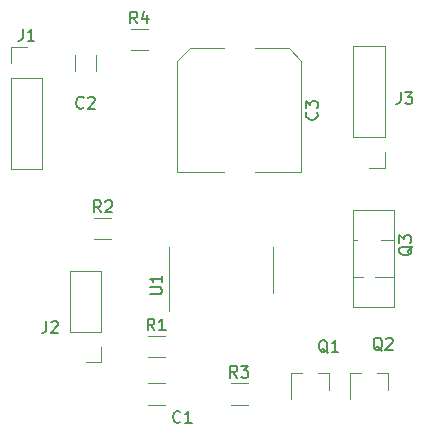
<source format=gbr>
%TF.GenerationSoftware,KiCad,Pcbnew,(5.1.9)-1*%
%TF.CreationDate,2023-08-30T23:21:40+03:00*%
%TF.ProjectId,uSoundGenerator,75536f75-6e64-4476-956e-657261746f72,rev?*%
%TF.SameCoordinates,Original*%
%TF.FileFunction,Legend,Top*%
%TF.FilePolarity,Positive*%
%FSLAX46Y46*%
G04 Gerber Fmt 4.6, Leading zero omitted, Abs format (unit mm)*
G04 Created by KiCad (PCBNEW (5.1.9)-1) date 2023-08-30 23:21:40*
%MOMM*%
%LPD*%
G01*
G04 APERTURE LIST*
%ADD10C,0.120000*%
%ADD11C,0.150000*%
G04 APERTURE END LIST*
D10*
%TO.C,U1*%
X135895000Y-84525000D02*
X135895000Y-82575000D01*
X135895000Y-84525000D02*
X135895000Y-86475000D01*
X127025000Y-84525000D02*
X127025000Y-82575000D01*
X127025000Y-84525000D02*
X127025000Y-87975000D01*
%TO.C,R4*%
X123810436Y-64090000D02*
X125264564Y-64090000D01*
X123810436Y-65910000D02*
X125264564Y-65910000D01*
%TO.C,R3*%
X132272936Y-94090000D02*
X133727064Y-94090000D01*
X132272936Y-95910000D02*
X133727064Y-95910000D01*
%TO.C,R2*%
X120735436Y-80090000D02*
X122189564Y-80090000D01*
X120735436Y-81910000D02*
X122189564Y-81910000D01*
%TO.C,R1*%
X125272936Y-90090000D02*
X126727064Y-90090000D01*
X125272936Y-91910000D02*
X126727064Y-91910000D01*
%TO.C,Q3*%
X146120000Y-79420000D02*
X146120000Y-87660000D01*
X142630000Y-79420000D02*
X142630000Y-87660000D01*
X146120000Y-79420000D02*
X142630000Y-79420000D01*
X146120000Y-87660000D02*
X142630000Y-87660000D01*
X146120000Y-81940000D02*
X145050000Y-81940000D01*
X142950000Y-81940000D02*
X142630000Y-81940000D01*
X146120000Y-85141000D02*
X144540000Y-85141000D01*
X143460000Y-85141000D02*
X142630000Y-85141000D01*
%TO.C,Q2*%
X145580000Y-93240000D02*
X144650000Y-93240000D01*
X142420000Y-93240000D02*
X143350000Y-93240000D01*
X142420000Y-93240000D02*
X142420000Y-95400000D01*
X145580000Y-93240000D02*
X145580000Y-94700000D01*
%TO.C,Q1*%
X140580000Y-93240000D02*
X139650000Y-93240000D01*
X137420000Y-93240000D02*
X138350000Y-93240000D01*
X137420000Y-93240000D02*
X137420000Y-95400000D01*
X140580000Y-93240000D02*
X140580000Y-94700000D01*
%TO.C,J3*%
X145330000Y-65590000D02*
X142670000Y-65590000D01*
X145330000Y-73270000D02*
X145330000Y-65590000D01*
X142670000Y-73270000D02*
X142670000Y-65590000D01*
X145330000Y-73270000D02*
X142670000Y-73270000D01*
X145330000Y-74540000D02*
X145330000Y-75870000D01*
X145330000Y-75870000D02*
X144000000Y-75870000D01*
%TO.C,J2*%
X121330000Y-84590000D02*
X118670000Y-84590000D01*
X121330000Y-89730000D02*
X121330000Y-84590000D01*
X118670000Y-89730000D02*
X118670000Y-84590000D01*
X121330000Y-89730000D02*
X118670000Y-89730000D01*
X121330000Y-91000000D02*
X121330000Y-92330000D01*
X121330000Y-92330000D02*
X120000000Y-92330000D01*
%TO.C,J1*%
X113670000Y-75950000D02*
X116330000Y-75950000D01*
X113670000Y-68270000D02*
X113670000Y-75950000D01*
X116330000Y-68270000D02*
X116330000Y-75950000D01*
X113670000Y-68270000D02*
X116330000Y-68270000D01*
X113670000Y-67000000D02*
X113670000Y-65670000D01*
X113670000Y-65670000D02*
X115000000Y-65670000D01*
%TO.C,C3*%
X127740000Y-76260000D02*
X131690000Y-76260000D01*
X138260000Y-76260000D02*
X134310000Y-76260000D01*
X138260000Y-66804437D02*
X138260000Y-76260000D01*
X127740000Y-66804437D02*
X127740000Y-76260000D01*
X128804437Y-65740000D02*
X131690000Y-65740000D01*
X137195563Y-65740000D02*
X134310000Y-65740000D01*
X137195563Y-65740000D02*
X138260000Y-66804437D01*
X128804437Y-65740000D02*
X127740000Y-66804437D01*
%TO.C,C2*%
X120910000Y-66288748D02*
X120910000Y-67711252D01*
X119090000Y-66288748D02*
X119090000Y-67711252D01*
%TO.C,C1*%
X125288748Y-94090000D02*
X126711252Y-94090000D01*
X125288748Y-95910000D02*
X126711252Y-95910000D01*
%TO.C,U1*%
D11*
X125452380Y-86561904D02*
X126261904Y-86561904D01*
X126357142Y-86514285D01*
X126404761Y-86466666D01*
X126452380Y-86371428D01*
X126452380Y-86180952D01*
X126404761Y-86085714D01*
X126357142Y-86038095D01*
X126261904Y-85990476D01*
X125452380Y-85990476D01*
X126452380Y-84990476D02*
X126452380Y-85561904D01*
X126452380Y-85276190D02*
X125452380Y-85276190D01*
X125595238Y-85371428D01*
X125690476Y-85466666D01*
X125738095Y-85561904D01*
%TO.C,R4*%
X124370833Y-63632380D02*
X124037500Y-63156190D01*
X123799404Y-63632380D02*
X123799404Y-62632380D01*
X124180357Y-62632380D01*
X124275595Y-62680000D01*
X124323214Y-62727619D01*
X124370833Y-62822857D01*
X124370833Y-62965714D01*
X124323214Y-63060952D01*
X124275595Y-63108571D01*
X124180357Y-63156190D01*
X123799404Y-63156190D01*
X125227976Y-62965714D02*
X125227976Y-63632380D01*
X124989880Y-62584761D02*
X124751785Y-63299047D01*
X125370833Y-63299047D01*
%TO.C,R3*%
X132833333Y-93632380D02*
X132500000Y-93156190D01*
X132261904Y-93632380D02*
X132261904Y-92632380D01*
X132642857Y-92632380D01*
X132738095Y-92680000D01*
X132785714Y-92727619D01*
X132833333Y-92822857D01*
X132833333Y-92965714D01*
X132785714Y-93060952D01*
X132738095Y-93108571D01*
X132642857Y-93156190D01*
X132261904Y-93156190D01*
X133166666Y-92632380D02*
X133785714Y-92632380D01*
X133452380Y-93013333D01*
X133595238Y-93013333D01*
X133690476Y-93060952D01*
X133738095Y-93108571D01*
X133785714Y-93203809D01*
X133785714Y-93441904D01*
X133738095Y-93537142D01*
X133690476Y-93584761D01*
X133595238Y-93632380D01*
X133309523Y-93632380D01*
X133214285Y-93584761D01*
X133166666Y-93537142D01*
%TO.C,R2*%
X121295833Y-79632380D02*
X120962500Y-79156190D01*
X120724404Y-79632380D02*
X120724404Y-78632380D01*
X121105357Y-78632380D01*
X121200595Y-78680000D01*
X121248214Y-78727619D01*
X121295833Y-78822857D01*
X121295833Y-78965714D01*
X121248214Y-79060952D01*
X121200595Y-79108571D01*
X121105357Y-79156190D01*
X120724404Y-79156190D01*
X121676785Y-78727619D02*
X121724404Y-78680000D01*
X121819642Y-78632380D01*
X122057738Y-78632380D01*
X122152976Y-78680000D01*
X122200595Y-78727619D01*
X122248214Y-78822857D01*
X122248214Y-78918095D01*
X122200595Y-79060952D01*
X121629166Y-79632380D01*
X122248214Y-79632380D01*
%TO.C,R1*%
X125833333Y-89632380D02*
X125500000Y-89156190D01*
X125261904Y-89632380D02*
X125261904Y-88632380D01*
X125642857Y-88632380D01*
X125738095Y-88680000D01*
X125785714Y-88727619D01*
X125833333Y-88822857D01*
X125833333Y-88965714D01*
X125785714Y-89060952D01*
X125738095Y-89108571D01*
X125642857Y-89156190D01*
X125261904Y-89156190D01*
X126785714Y-89632380D02*
X126214285Y-89632380D01*
X126500000Y-89632380D02*
X126500000Y-88632380D01*
X126404761Y-88775238D01*
X126309523Y-88870476D01*
X126214285Y-88918095D01*
%TO.C,Q3*%
X147667619Y-82495238D02*
X147620000Y-82590476D01*
X147524761Y-82685714D01*
X147381904Y-82828571D01*
X147334285Y-82923809D01*
X147334285Y-83019047D01*
X147572380Y-82971428D02*
X147524761Y-83066666D01*
X147429523Y-83161904D01*
X147239047Y-83209523D01*
X146905714Y-83209523D01*
X146715238Y-83161904D01*
X146620000Y-83066666D01*
X146572380Y-82971428D01*
X146572380Y-82780952D01*
X146620000Y-82685714D01*
X146715238Y-82590476D01*
X146905714Y-82542857D01*
X147239047Y-82542857D01*
X147429523Y-82590476D01*
X147524761Y-82685714D01*
X147572380Y-82780952D01*
X147572380Y-82971428D01*
X146572380Y-82209523D02*
X146572380Y-81590476D01*
X146953333Y-81923809D01*
X146953333Y-81780952D01*
X147000952Y-81685714D01*
X147048571Y-81638095D01*
X147143809Y-81590476D01*
X147381904Y-81590476D01*
X147477142Y-81638095D01*
X147524761Y-81685714D01*
X147572380Y-81780952D01*
X147572380Y-82066666D01*
X147524761Y-82161904D01*
X147477142Y-82209523D01*
%TO.C,Q2*%
X145104761Y-91347619D02*
X145009523Y-91300000D01*
X144914285Y-91204761D01*
X144771428Y-91061904D01*
X144676190Y-91014285D01*
X144580952Y-91014285D01*
X144628571Y-91252380D02*
X144533333Y-91204761D01*
X144438095Y-91109523D01*
X144390476Y-90919047D01*
X144390476Y-90585714D01*
X144438095Y-90395238D01*
X144533333Y-90300000D01*
X144628571Y-90252380D01*
X144819047Y-90252380D01*
X144914285Y-90300000D01*
X145009523Y-90395238D01*
X145057142Y-90585714D01*
X145057142Y-90919047D01*
X145009523Y-91109523D01*
X144914285Y-91204761D01*
X144819047Y-91252380D01*
X144628571Y-91252380D01*
X145438095Y-90347619D02*
X145485714Y-90300000D01*
X145580952Y-90252380D01*
X145819047Y-90252380D01*
X145914285Y-90300000D01*
X145961904Y-90347619D01*
X146009523Y-90442857D01*
X146009523Y-90538095D01*
X145961904Y-90680952D01*
X145390476Y-91252380D01*
X146009523Y-91252380D01*
%TO.C,Q1*%
X140504761Y-91547619D02*
X140409523Y-91500000D01*
X140314285Y-91404761D01*
X140171428Y-91261904D01*
X140076190Y-91214285D01*
X139980952Y-91214285D01*
X140028571Y-91452380D02*
X139933333Y-91404761D01*
X139838095Y-91309523D01*
X139790476Y-91119047D01*
X139790476Y-90785714D01*
X139838095Y-90595238D01*
X139933333Y-90500000D01*
X140028571Y-90452380D01*
X140219047Y-90452380D01*
X140314285Y-90500000D01*
X140409523Y-90595238D01*
X140457142Y-90785714D01*
X140457142Y-91119047D01*
X140409523Y-91309523D01*
X140314285Y-91404761D01*
X140219047Y-91452380D01*
X140028571Y-91452380D01*
X141409523Y-91452380D02*
X140838095Y-91452380D01*
X141123809Y-91452380D02*
X141123809Y-90452380D01*
X141028571Y-90595238D01*
X140933333Y-90690476D01*
X140838095Y-90738095D01*
%TO.C,J3*%
X146666666Y-69452380D02*
X146666666Y-70166666D01*
X146619047Y-70309523D01*
X146523809Y-70404761D01*
X146380952Y-70452380D01*
X146285714Y-70452380D01*
X147047619Y-69452380D02*
X147666666Y-69452380D01*
X147333333Y-69833333D01*
X147476190Y-69833333D01*
X147571428Y-69880952D01*
X147619047Y-69928571D01*
X147666666Y-70023809D01*
X147666666Y-70261904D01*
X147619047Y-70357142D01*
X147571428Y-70404761D01*
X147476190Y-70452380D01*
X147190476Y-70452380D01*
X147095238Y-70404761D01*
X147047619Y-70357142D01*
%TO.C,J2*%
X116666666Y-88852380D02*
X116666666Y-89566666D01*
X116619047Y-89709523D01*
X116523809Y-89804761D01*
X116380952Y-89852380D01*
X116285714Y-89852380D01*
X117095238Y-88947619D02*
X117142857Y-88900000D01*
X117238095Y-88852380D01*
X117476190Y-88852380D01*
X117571428Y-88900000D01*
X117619047Y-88947619D01*
X117666666Y-89042857D01*
X117666666Y-89138095D01*
X117619047Y-89280952D01*
X117047619Y-89852380D01*
X117666666Y-89852380D01*
%TO.C,J1*%
X114666666Y-64122380D02*
X114666666Y-64836666D01*
X114619047Y-64979523D01*
X114523809Y-65074761D01*
X114380952Y-65122380D01*
X114285714Y-65122380D01*
X115666666Y-65122380D02*
X115095238Y-65122380D01*
X115380952Y-65122380D02*
X115380952Y-64122380D01*
X115285714Y-64265238D01*
X115190476Y-64360476D01*
X115095238Y-64408095D01*
%TO.C,C3*%
X139557142Y-71166666D02*
X139604761Y-71214285D01*
X139652380Y-71357142D01*
X139652380Y-71452380D01*
X139604761Y-71595238D01*
X139509523Y-71690476D01*
X139414285Y-71738095D01*
X139223809Y-71785714D01*
X139080952Y-71785714D01*
X138890476Y-71738095D01*
X138795238Y-71690476D01*
X138700000Y-71595238D01*
X138652380Y-71452380D01*
X138652380Y-71357142D01*
X138700000Y-71214285D01*
X138747619Y-71166666D01*
X138652380Y-70833333D02*
X138652380Y-70214285D01*
X139033333Y-70547619D01*
X139033333Y-70404761D01*
X139080952Y-70309523D01*
X139128571Y-70261904D01*
X139223809Y-70214285D01*
X139461904Y-70214285D01*
X139557142Y-70261904D01*
X139604761Y-70309523D01*
X139652380Y-70404761D01*
X139652380Y-70690476D01*
X139604761Y-70785714D01*
X139557142Y-70833333D01*
%TO.C,C2*%
X119833333Y-70757142D02*
X119785714Y-70804761D01*
X119642857Y-70852380D01*
X119547619Y-70852380D01*
X119404761Y-70804761D01*
X119309523Y-70709523D01*
X119261904Y-70614285D01*
X119214285Y-70423809D01*
X119214285Y-70280952D01*
X119261904Y-70090476D01*
X119309523Y-69995238D01*
X119404761Y-69900000D01*
X119547619Y-69852380D01*
X119642857Y-69852380D01*
X119785714Y-69900000D01*
X119833333Y-69947619D01*
X120214285Y-69947619D02*
X120261904Y-69900000D01*
X120357142Y-69852380D01*
X120595238Y-69852380D01*
X120690476Y-69900000D01*
X120738095Y-69947619D01*
X120785714Y-70042857D01*
X120785714Y-70138095D01*
X120738095Y-70280952D01*
X120166666Y-70852380D01*
X120785714Y-70852380D01*
%TO.C,C1*%
X128033333Y-97357142D02*
X127985714Y-97404761D01*
X127842857Y-97452380D01*
X127747619Y-97452380D01*
X127604761Y-97404761D01*
X127509523Y-97309523D01*
X127461904Y-97214285D01*
X127414285Y-97023809D01*
X127414285Y-96880952D01*
X127461904Y-96690476D01*
X127509523Y-96595238D01*
X127604761Y-96500000D01*
X127747619Y-96452380D01*
X127842857Y-96452380D01*
X127985714Y-96500000D01*
X128033333Y-96547619D01*
X128985714Y-97452380D02*
X128414285Y-97452380D01*
X128700000Y-97452380D02*
X128700000Y-96452380D01*
X128604761Y-96595238D01*
X128509523Y-96690476D01*
X128414285Y-96738095D01*
%TD*%
M02*

</source>
